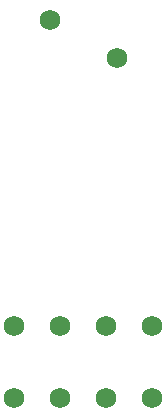
<source format=gbs>
G04*
G04 #@! TF.GenerationSoftware,Altium Limited,Altium Designer,20.1.14 (287)*
G04*
G04 Layer_Color=16711935*
%FSLAX24Y24*%
%MOIN*%
G70*
G04*
G04 #@! TF.SameCoordinates,B6722B68-9EB0-4988-A5EE-1314B268560D*
G04*
G04*
G04 #@! TF.FilePolarity,Negative*
G04*
G01*
G75*
%ADD19C,0.0680*%
D19*
X-2300Y-11800D02*
D03*
X1116Y-480D02*
D03*
X-1100Y800D02*
D03*
X-2300Y-9400D02*
D03*
X2300Y-11800D02*
D03*
X767D02*
D03*
X-767D02*
D03*
X2300Y-9400D02*
D03*
X767D02*
D03*
X-767D02*
D03*
M02*

</source>
